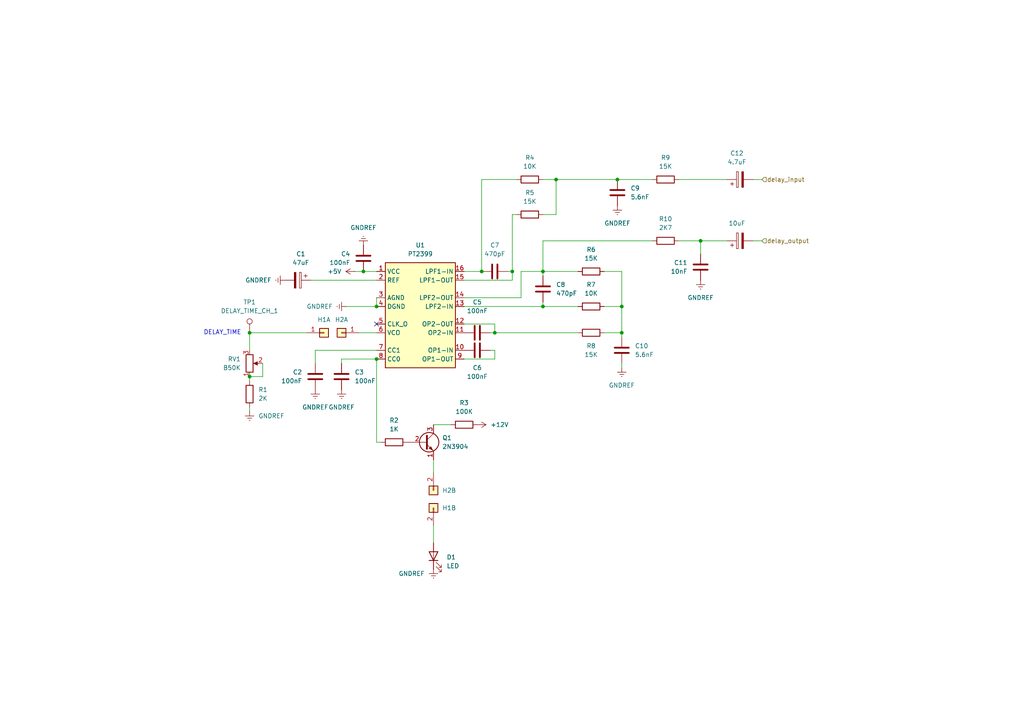
<source format=kicad_sch>
(kicad_sch (version 20231120) (generator "eeschema") (generator_version "8.0")
  (paper "A4")
  (lib_symbols
    (symbol "Audio:PT2399"
      (property "Reference" "U" (at 0 17.78 0))
      (property "Value" "PT2399" (at 0 -17.78 0))
      (symbol "PT2399_0_1"
        (rectangle (start -10.16 15.24) (end 10.16 -15.24) (stroke (width 0.254)) (fill (type background)))
      )
      (symbol "PT2399_1_1"
        (pin power_in line (at -12.7 12.7 0) (length 2.54) (name "VCC") (number "1"))
        (pin input line (at 12.7 -10.16 180) (length 2.54) (name "OP1-IN") (number "10"))
        (pin input line (at 12.7 -5.08 180) (length 2.54) (name "OP2-IN") (number "11"))
        (pin output line (at 12.7 -2.54 180) (length 2.54) (name "OP2-OUT") (number "12"))
        (pin input line (at 12.7 2.54 180) (length 2.54) (name "LPF2-IN") (number "13"))
        (pin output line (at 12.7 5.08 180) (length 2.54) (name "LPF2-OUT") (number "14"))
        (pin output line (at 12.7 10.16 180) (length 2.54) (name "LPF1-OUT") (number "15"))
        (pin input line (at 12.7 12.7 180) (length 2.54) (name "LPF1-IN") (number "16"))
        (pin passive line (at -12.7 10.16 0) (length 2.54) (name "REF") (number "2"))
        (pin power_in line (at -12.7 5.08 0) (length 2.54) (name "AGND") (number "3"))
        (pin power_in line (at -12.7 2.54 0) (length 2.54) (name "DGND") (number "4"))
        (pin passive line (at -12.7 -2.54 0) (length 2.54) (name "CLK_O") (number "5"))
        (pin passive line (at -12.7 -5.08 0) (length 2.54) (name "VCO") (number "6"))
        (pin passive line (at -12.7 -10.16 0) (length 2.54) (name "CC1") (number "7"))
        (pin passive line (at -12.7 -12.7 0) (length 2.54) (name "CC0") (number "8"))
        (pin output line (at 12.7 -12.7 180) (length 2.54) (name "OP1-OUT") (number "9"))
      )
    )
    (symbol "Connector:TestPoint" (pin_numbers hide) (pin_names (offset 0.762) hide)
      (property "Reference" "TP" (at 0 6.858 0))
      (property "Value" "TestPoint" (at 0 5.08 0))
      (symbol "TestPoint_0_1"
        (circle (center 0 3.302) (radius 0.762))
      )
      (symbol "TestPoint_1_1"
        (pin passive line (at 0 0 90) (length 2.54) (name "1") (number "1"))
      )
    )
    (symbol "Device:C" (pin_numbers hide) (pin_names (offset 0.254))
      (property "Reference" "C" (at 0.635 2.54 0))
      (property "Value" "C" (at 0.635 -2.54 0))
      (symbol "C_0_1"
        (polyline (pts (xy -2.032 -0.762) (xy 2.032 -0.762)) (stroke (width 0.508)))
        (polyline (pts (xy -2.032 0.762) (xy 2.032 0.762)) (stroke (width 0.508)))
      )
      (symbol "C_1_1"
        (pin passive line (at 0 3.81 270) (length 2.794) (name "~") (number "1"))
        (pin passive line (at 0 -3.81 90) (length 2.794) (name "~") (number "2"))
      )
    )
    (symbol "Device:C_Polarized" (pin_numbers hide) (pin_names (offset 0.254))
      (property "Reference" "C" (at 0.635 2.54 0))
      (property "Value" "C_Polarized" (at 0.635 -2.54 0))
      (symbol "C_Polarized_0_1"
        (rectangle (start -2.286 0.508) (end 2.286 1.016))
        (polyline (pts (xy -1.778 2.286) (xy -0.762 2.286)))
        (polyline (pts (xy -1.27 2.794) (xy -1.27 1.778)))
        (rectangle (start 2.286 -0.508) (end -2.286 -1.016) (fill (type outline)))
      )
      (symbol "C_Polarized_1_1"
        (pin passive line (at 0 3.81 270) (length 2.794) (name "~") (number "1"))
        (pin passive line (at 0 -3.81 90) (length 2.794) (name "~") (number "2"))
      )
    )
    (symbol "Device:R" (pin_numbers hide) (pin_names (offset 0))
      (property "Reference" "R" (at 2.032 0 90))
      (property "Value" "R" (at 0 0 90))
      (symbol "R_0_1"
        (rectangle (start -1.016 -2.54) (end 1.016 2.54) (stroke (width 0.254)))
      )
      (symbol "R_1_1"
        (pin passive line (at 0 3.81 270) (length 1.27) (name "~") (number "1"))
        (pin passive line (at 0 -3.81 90) (length 1.27) (name "~") (number "2"))
      )
    )
    (symbol "Transistor_BJT:2N3904" (pin_names (offset 0) hide)
      (property "Reference" "Q" (at 5.08 1.905 0))
      (property "Value" "2N3904" (at 5.08 0 0))
      (symbol "2N3904_0_1"
        (polyline (pts (xy 0.635 0.635) (xy 2.54 2.54)))
        (polyline (pts (xy 0.635 -0.635) (xy 2.54 -2.54) (xy 2.54 -2.54)))
        (polyline (pts (xy 0.635 1.905) (xy 0.635 -1.905) (xy 0.635 -1.905)) (stroke (width 0.508)))
        (polyline (pts (xy 1.27 -1.778) (xy 1.778 -1.27) (xy 2.286 -2.286) (xy 1.27 -1.778) (xy 1.27 -1.778)) (fill (type outline)))
        (circle (center 1.27 0) (radius 2.8194) (stroke (width 0.254)))
      )
      (symbol "2N3904_1_1"
        (pin passive line (at 2.54 -5.08 90) (length 2.54) (name "E") (number "1"))
        (pin passive line (at -5.08 0 0) (length 5.715) (name "B") (number "2"))
        (pin passive line (at 2.54 5.08 270) (length 2.54) (name "C") (number "3"))
      )
    )
    (symbol "power:+12V" (power) (pin_numbers hide) (pin_names (offset 0) hide)
      (property "Value" "+12V" (at 0 3.556 0))
      (symbol "+12V_0_1"
        (polyline (pts (xy -0.762 1.27) (xy 0 2.54)))
        (polyline (pts (xy 0 0) (xy 0 2.54)))
        (polyline (pts (xy 0 2.54) (xy 0.762 1.27)))
      )
      (symbol "+12V_1_1"
        (pin power_in line (at 0 0 90) (length 0) (name "~") (number "1"))
      )
    )
    (symbol "power:+5V" (power) (pin_numbers hide) (pin_names (offset 0) hide)
      (property "Value" "+5V" (at 0 3.556 0))
      (symbol "+5V_0_1"
        (polyline (pts (xy -0.762 1.27) (xy 0 2.54)))
        (polyline (pts (xy 0 0) (xy 0 2.54)))
        (polyline (pts (xy 0 2.54) (xy 0.762 1.27)))
      )
      (symbol "+5V_1_1"
        (pin power_in line (at 0 0 90) (length 0) (name "~") (number "1"))
      )
    )
    (symbol "power:GNDREF" (power) (pin_numbers hide) (pin_names (offset 0) hide)
      (property "Value" "GNDREF" (at 0 -3.81 0))
      (symbol "GNDREF_0_1"
        (polyline (pts (xy -0.635 -1.905) (xy 0.635 -1.905)))
        (polyline (pts (xy -0.127 -2.54) (xy 0.127 -2.54)))
        (polyline (pts (xy 0 -1.27) (xy 0 0)))
        (polyline (pts (xy 1.27 -1.27) (xy -1.27 -1.27)))
      )
      (symbol "GNDREF_1_1"
        (pin power_in line (at 0 0 270) (length 0) (name "~") (number "1"))
      )
    )
    (symbol "synth:LED (3mm)" (pin_numbers hide) (pin_names (offset 1.016) hide)
      (property "Reference" "D" (at 0 2.54 0))
      (property "Value" "LED" (at 0 -2.54 0))
      (symbol "LED (3mm)_0_1"
        (polyline (pts (xy -1.27 -1.27) (xy -1.27 1.27)) (stroke (width 0.254)))
        (polyline (pts (xy -1.27 0) (xy 1.27 0)))
        (polyline (pts (xy 1.27 -1.27) (xy 1.27 1.27) (xy -1.27 0) (xy 1.27 -1.27)) (stroke (width 0.254)))
        (polyline (pts (xy -3.048 -0.762) (xy -4.572 -2.286) (xy -3.81 -2.286) (xy -4.572 -2.286) (xy -4.572 -1.524)))
        (polyline (pts (xy -1.778 -0.762) (xy -3.302 -2.286) (xy -2.54 -2.286) (xy -3.302 -2.286) (xy -3.302 -1.524)))
      )
      (symbol "LED (3mm)_1_1"
        (pin passive line (at -3.81 0 0) (length 2.54) (name "K") (number "1"))
        (pin passive line (at 3.81 0 180) (length 2.54) (name "A") (number "2"))
      )
    )
    (symbol "synth:PinHeader_01x04" (pin_names (offset 1.016) hide)
      (property "Reference" "H" (at 0 2.54 0))
      (property "Value" "PinHeader_01x04" (at 0 -2.54 0))
      (symbol "PinHeader_01x04_1_1"
        (rectangle (start -1.27 0.127) (end 0 -0.127) (stroke (width 0.1524)))
        (rectangle (start -1.27 1.27) (end 1.27 -1.27) (stroke (width 0.254)) (fill (type background)))
        (pin passive line (at -5.08 0 0) (length 3.81) (name "Pin_1") (number "1"))
      )
      (symbol "PinHeader_01x04_2_1"
        (rectangle (start -1.27 0.127) (end 0 -0.127) (stroke (width 0.1524)))
        (rectangle (start -1.27 1.27) (end 1.27 -1.27) (stroke (width 0.254)) (fill (type background)))
        (pin passive line (at -5.08 0 0) (length 3.81) (name "Pin_2") (number "2"))
      )
      (symbol "PinHeader_01x04_3_1"
        (rectangle (start -1.27 0.127) (end 0 -0.127) (stroke (width 0.1524)))
        (rectangle (start -1.27 1.27) (end 1.27 -1.27) (stroke (width 0.254)) (fill (type background)))
        (pin passive line (at -5.08 0 0) (length 3.81) (name "Pin_3") (number "3"))
      )
      (symbol "PinHeader_01x04_4_1"
        (rectangle (start -1.27 0.127) (end 0 -0.127) (stroke (width 0.1524)))
        (rectangle (start -1.27 1.27) (end 1.27 -1.27) (stroke (width 0.254)) (fill (type background)))
        (pin passive line (at -5.08 0 0) (length 3.81) (name "Pin_4") (number "4"))
      )
    )
    (symbol "synth:PinSocket_01x04" (pin_names (offset 1.016) hide)
      (property "Reference" "H" (at 0 2.54 0))
      (property "Value" "PinSocket_01x04" (at 0 -2.54 0))
      (symbol "PinSocket_01x04_1_1"
        (rectangle (start -1.27 0.127) (end 0 -0.127) (stroke (width 0.1524)))
        (rectangle (start -1.27 1.27) (end 1.27 -1.27) (stroke (width 0.254)) (fill (type background)))
        (pin passive line (at -5.08 0 0) (length 3.81) (name "Pin_1") (number "1"))
      )
      (symbol "PinSocket_01x04_2_1"
        (rectangle (start -1.27 0.127) (end 0 -0.127) (stroke (width 0.1524)))
        (rectangle (start -1.27 1.27) (end 1.27 -1.27) (stroke (width 0.254)) (fill (type background)))
        (pin passive line (at -5.08 0 0) (length 3.81) (name "Pin_2") (number "2"))
      )
      (symbol "PinSocket_01x04_3_1"
        (rectangle (start -1.27 0.127) (end 0 -0.127) (stroke (width 0.1524)))
        (rectangle (start -1.27 1.27) (end 1.27 -1.27) (stroke (width 0.254)) (fill (type background)))
        (pin passive line (at -5.08 0 0) (length 3.81) (name "Pin_3") (number "3"))
      )
      (symbol "PinSocket_01x04_4_1"
        (rectangle (start -1.27 0.127) (end 0 -0.127) (stroke (width 0.1524)))
        (rectangle (start -1.27 1.27) (end 1.27 -1.27) (stroke (width 0.254)) (fill (type background)))
        (pin passive line (at -5.08 0 0) (length 3.81) (name "Pin_4") (number "4"))
      )
    )
    (symbol "synth:R_Potentiometer (P0915N)" (pin_names (offset 1.016) hide)
      (property "Reference" "RV" (at -4.445 0 90))
      (property "Value" "R_Potentiometer" (at -2.54 0 90))
      (symbol "R_Potentiometer (P0915N)_0_1"
        (rectangle (start -1.016 2.54) (end 1.016 -2.54) (stroke (width 0.254)))
        (polyline (pts (xy 2.54 0) (xy 1.524 0)))
        (polyline (pts (xy 1.143 0) (xy 2.286 0.508) (xy 2.286 -0.508) (xy 1.143 0)) (fill (type outline)))
      )
      (symbol "R_Potentiometer (P0915N)_1_1"
        (pin passive line (at 0 3.81 270) (length 1.27) (name "1") (number "1"))
        (pin passive line (at 3.81 0 180) (length 1.27) (name "2") (number "2"))
        (pin passive line (at 0 -3.81 90) (length 1.27) (name "3") (number "3"))
      )
    )
  )
  (junction (at 161.29 52.07))
  (junction (at 148.59 78.74))
  (junction (at 72.39 96.52))
  (junction (at 72.39 109.22))
  (junction (at 157.48 78.74))
  (junction (at 143.51 96.52))
  (junction (at 105.41 78.74))
  (junction (at 109.22 88.9))
  (junction (at 180.34 96.52))
  (junction (at 203.2 69.85))
  (junction (at 179.07 52.07))
  (junction (at 109.22 104.14))
  (junction (at 157.48 88.9))
  (junction (at 139.7 78.74))
  (junction (at 180.34 88.9))
  (no_connect (at 109.22 93.98))
  (wire (pts (xy 142.24 101.6) (xy 143.51 101.6)))
  (wire (pts (xy 72.39 101.6) (xy 72.39 96.52)))
  (wire (pts (xy 91.44 101.6) (xy 109.22 101.6)))
  (wire (pts (xy 196.85 69.85) (xy 203.2 69.85)))
  (wire (pts (xy 99.06 104.14) (xy 109.22 104.14)))
  (wire (pts (xy 148.59 62.23) (xy 149.86 62.23)))
  (wire (pts (xy 139.7 52.07) (xy 149.86 52.07)))
  (wire (pts (xy 180.34 96.52) (xy 180.34 97.79)))
  (wire (pts (xy 203.2 73.66) (xy 203.2 69.85)))
  (wire (pts (xy 142.24 96.52) (xy 143.51 96.52)))
  (wire (pts (xy 100.33 88.9) (xy 109.22 88.9)))
  (wire (pts (xy 139.7 78.74) (xy 139.7 52.07)))
  (wire (pts (xy 148.59 78.74) (xy 148.59 81.28)))
  (wire (pts (xy 180.34 96.52) (xy 175.26 96.52)))
  (wire (pts (xy 72.39 110.49) (xy 72.39 109.22)))
  (wire (pts (xy 167.64 78.74) (xy 157.48 78.74)))
  (wire (pts (xy 72.39 119.38) (xy 72.39 118.11)))
  (wire (pts (xy 218.44 52.07) (xy 220.98 52.07)))
  (wire (pts (xy 148.59 78.74) (xy 147.32 78.74)))
  (wire (pts (xy 104.14 96.52) (xy 109.22 96.52)))
  (wire (pts (xy 134.62 88.9) (xy 157.48 88.9)))
  (wire (pts (xy 157.48 69.85) (xy 189.23 69.85)))
  (wire (pts (xy 125.73 157.48) (xy 125.73 152.4)))
  (wire (pts (xy 157.48 52.07) (xy 161.29 52.07)))
  (wire (pts (xy 125.73 137.16) (xy 125.73 133.35)))
  (wire (pts (xy 109.22 104.14) (xy 109.22 128.27)))
  (wire (pts (xy 218.44 69.85) (xy 220.98 69.85)))
  (wire (pts (xy 143.51 101.6) (xy 143.51 104.14)))
  (wire (pts (xy 157.48 69.85) (xy 157.48 78.74)))
  (wire (pts (xy 105.41 78.74) (xy 109.22 78.74)))
  (wire (pts (xy 151.13 78.74) (xy 157.48 78.74)))
  (wire (pts (xy 148.59 62.23) (xy 148.59 78.74)))
  (wire (pts (xy 143.51 96.52) (xy 143.51 93.98)))
  (wire (pts (xy 161.29 52.07) (xy 161.29 62.23)))
  (wire (pts (xy 157.48 78.74) (xy 157.48 80.01)))
  (wire (pts (xy 130.81 123.19) (xy 125.73 123.19)))
  (wire (pts (xy 143.51 93.98) (xy 134.62 93.98)))
  (wire (pts (xy 76.2 109.22) (xy 72.39 109.22)))
  (wire (pts (xy 175.26 88.9) (xy 180.34 88.9)))
  (wire (pts (xy 157.48 87.63) (xy 157.48 88.9)))
  (wire (pts (xy 161.29 52.07) (xy 179.07 52.07)))
  (wire (pts (xy 179.07 52.07) (xy 189.23 52.07)))
  (wire (pts (xy 151.13 86.36) (xy 151.13 78.74)))
  (wire (pts (xy 157.48 62.23) (xy 161.29 62.23)))
  (wire (pts (xy 109.22 86.36) (xy 109.22 88.9)))
  (wire (pts (xy 175.26 78.74) (xy 180.34 78.74)))
  (wire (pts (xy 203.2 69.85) (xy 210.82 69.85)))
  (wire (pts (xy 180.34 105.41) (xy 180.34 106.68)))
  (wire (pts (xy 110.49 128.27) (xy 109.22 128.27)))
  (wire (pts (xy 148.59 81.28) (xy 134.62 81.28)))
  (wire (pts (xy 72.39 96.52) (xy 88.9 96.52)))
  (wire (pts (xy 180.34 88.9) (xy 180.34 96.52)))
  (wire (pts (xy 180.34 78.74) (xy 180.34 88.9)))
  (wire (pts (xy 143.51 96.52) (xy 167.64 96.52)))
  (wire (pts (xy 210.82 52.07) (xy 196.85 52.07)))
  (wire (pts (xy 134.62 86.36) (xy 151.13 86.36)))
  (wire (pts (xy 157.48 88.9) (xy 167.64 88.9)))
  (wire (pts (xy 90.17 81.28) (xy 109.22 81.28)))
  (wire (pts (xy 102.87 78.74) (xy 105.41 78.74)))
  (wire (pts (xy 99.06 105.41) (xy 99.06 104.14)))
  (wire (pts (xy 76.2 105.41) (xy 76.2 109.22)))
  (wire (pts (xy 91.44 105.41) (xy 91.44 101.6)))
  (wire (pts (xy 143.51 104.14) (xy 134.62 104.14)))
  (wire (pts (xy 139.7 78.74) (xy 134.62 78.74)))
  (text "DELAY_TIME" (at 64.516 96.52 0) (effects (font (size 1.27 1.27))))
  (hierarchical_label "delay_input" (shape input) (at 220.98 52.07 0))
  (hierarchical_label "delay_output" (shape input) (at 220.98 69.85 0))
  (symbol (lib_id "Device:C_Polarized") (at 214.63 69.85 90) (unit 1)
    (property "Reference" "C13" (effects (hide yes)))
    (property "Value" "10uF" (at 213.741 64.77 90))
    (property "Footprint" "Capacitor_THT:CP_Radial_D4.0mm_P2.00mm" (effects (hide yes)))
    (property "Description" "Polarized capacitor" (effects (hide yes)))
  )
  (symbol (lib_id "Device:C") (at 105.41 74.93 0) (unit 1)
    (property "Reference" "C4" (at 101.6 73.6599 0) (effects (justify right)))
    (property "Value" "100nF" (at 101.6 76.1999 0) (effects (justify right)))
    (property "Footprint" "Capacitor_THT:C_Disc_D5.0mm_W2.5mm_P5.00mm" (effects (hide yes)))
    (property "Description" "Unpolarized capacitor" (effects (hide yes)))
  )
  (symbol (lib_id "Device:R") (at 193.04 52.07 90) (unit 1)
    (property "Reference" "R9" (at 193.04 45.72 90))
    (property "Value" "15K" (at 193.04 48.26 90))
    (property "Footprint" "Synth:R_Default (DIN0207)" (effects (hide yes)))
    (property "Description" "Resistor" (effects (hide yes)))
  )
  (symbol (lib_id "synth:PinHeader_01x04") (at 93.98 96.52 0) (unit 1)
    (property "Reference" "H1" (at 93.98 92.71 0))
    (property "Value" "PinHeader_01x04" (effects (hide yes)))
    (property "Footprint" "Synth:PinHeader_1x04_P2.54mm_Vertical" (effects (hide yes)))
    (property "Description" "Generic connector, single row, 01x01, script generated (kicad-library-utils/schlib/autogen/connector/)" (effects (hide yes)))
  )
  (symbol (lib_id "power:GNDREF") (at 179.07 59.69 0) (unit 1)
    (property "Reference" "#PWR010" (effects (hide yes)))
    (property "Value" "GNDREF" (at 179.07 64.77 0))
    (property "Description" "Power symbol creates a global label with name \"GNDREF\" , reference supply ground" (effects (hide yes)))
  )
  (symbol (lib_id "Device:R") (at 114.3 128.27 90) (unit 1)
    (property "Reference" "R2" (at 114.3 121.92 90))
    (property "Value" "1K" (at 114.3 124.46 90))
    (property "Footprint" "Synth:R_Default (DIN0207)" (effects (hide yes)))
    (property "Description" "Resistor" (effects (hide yes)))
  )
  (symbol (lib_id "power:GNDREF") (at 91.44 113.03 0) (unit 1)
    (property "Reference" "#PWR03" (effects (hide yes)))
    (property "Value" "GNDREF" (at 91.44 118.11 0))
    (property "Description" "Power symbol creates a global label with name \"GNDREF\" , reference supply ground" (effects (hide yes)))
  )
  (symbol (lib_id "Device:R") (at 134.62 123.19 90) (unit 1)
    (property "Reference" "R3" (at 134.62 116.84 90))
    (property "Value" "100K" (at 134.62 119.38 90))
    (property "Footprint" "Synth:R_Default (DIN0207)" (effects (hide yes)))
    (property "Description" "Resistor" (effects (hide yes)))
  )
  (symbol (lib_id "synth:PinSocket_01x04") (at 125.73 142.24 270) (unit 2)
    (property "Reference" "H2" (at 128.27 142.2399 90) (effects (justify left)))
    (property "Value" "PinSocket_01x04" (effects (hide yes)))
    (property "Footprint" "Synth:PinSocket_1x04_P2.54mm_Vertical" (effects (hide yes)))
    (property "Description" "Generic connector, single row, 01x01, script generated (kicad-library-utils/schlib/autogen/connector/)" (effects (hide yes)))
  )
  (symbol (lib_id "Connector:TestPoint") (at 72.39 96.52 0) (unit 1) (in_bom no)
    (property "Reference" "TP1" (at 72.39 87.63 0))
    (property "Value" "DELAY_TIME_CH_1" (at 72.39 90.17 0))
    (property "Footprint" "Connector_Pin:Pin_D1.0mm_L10.0mm" (effects (hide yes)))
    (property "Description" "test point" (effects (hide yes)))
  )
  (symbol (lib_id "Audio:PT2399") (at 121.92 91.44 0) (unit 1)
    (property "Reference" "U1" (at 121.92 71.12 0))
    (property "Value" "PT2399" (at 121.92 73.66 0))
    (property "Footprint" "Package_DIP:DIP-16_W7.62mm_Socket_LongPads" (effects (hide yes)))
    (property "Datasheet" "http://www.princeton.com.tw/Portals/0/Product/PT2399_1.pdf" (effects (hide yes)))
    (property "Description" "Echo Processor IC, DIP-16" (effects (hide yes)))
  )
  (symbol (lib_id "power:+12V") (at 138.43 123.19 270) (unit 1)
    (property "Reference" "#PWR09" (effects (hide yes)))
    (property "Value" "+12V" (at 142.24 123.1899 90) (effects (justify left)))
    (property "Description" "Power symbol creates a global label with name \"+12V\"" (effects (hide yes)))
  )
  (symbol (lib_id "power:GNDREF") (at 105.41 71.12 180) (unit 1)
    (property "Reference" "#PWR07" (effects (hide yes)))
    (property "Value" "GNDREF" (at 105.41 66.04 0))
    (property "Description" "Power symbol creates a global label with name \"GNDREF\" , reference supply ground" (effects (hide yes)))
  )
  (symbol (lib_id "synth:PinHeader_01x04") (at 125.73 147.32 90) (unit 2)
    (property "Reference" "H1" (at 128.27 147.3199 90) (effects (justify right)))
    (property "Value" "PinHeader_01x04" (effects (hide yes)))
    (property "Footprint" "Synth:PinHeader_1x04_P2.54mm_Vertical" (effects (hide yes)))
    (property "Description" "Generic connector, single row, 01x01, script generated (kicad-library-utils/schlib/autogen/connector/)" (effects (hide yes)))
  )
  (symbol (lib_id "Device:C") (at 99.06 109.22 0) (unit 1)
    (property "Reference" "C3" (at 102.87 107.9499 0) (effects (justify left)))
    (property "Value" "100nF" (at 102.87 110.4899 0) (effects (justify left)))
    (property "Footprint" "Capacitor_THT:C_Disc_D5.0mm_W2.5mm_P5.00mm" (effects (hide yes)))
    (property "Description" "Unpolarized capacitor" (effects (hide yes)))
  )
  (symbol (lib_id "Device:R") (at 193.04 69.85 90) (unit 1)
    (property "Reference" "R10" (at 193.04 63.5 90))
    (property "Value" "2K7" (at 193.04 66.04 90))
    (property "Footprint" "Synth:R_Default (DIN0207)" (effects (hide yes)))
    (property "Description" "Resistor" (effects (hide yes)))
  )
  (symbol (lib_id "power:GNDREF") (at 100.33 88.9 270) (unit 1)
    (property "Reference" "#PWR05" (effects (hide yes)))
    (property "Value" "GNDREF" (at 96.52 88.8999 90) (effects (justify right)))
    (property "Description" "Power symbol creates a global label with name \"GNDREF\" , reference supply ground" (effects (hide yes)))
  )
  (symbol (lib_id "power:GNDREF") (at 72.39 119.38 0) (unit 1)
    (property "Reference" "#PWR01" (effects (hide yes)))
    (property "Value" "GNDREF" (at 74.93 120.6499 0) (effects (justify left)))
    (property "Description" "Power symbol creates a global label with name \"GNDREF\" , reference supply ground" (effects (hide yes)))
  )
  (symbol (lib_id "synth:R_Potentiometer (P0915N)") (at 72.39 105.41 0) (mirror x) (unit 1)
    (property "Reference" "RV1" (at 69.85 104.1399 0) (effects (justify right)))
    (property "Value" "B50K" (at 69.85 106.6799 0) (effects (justify right)))
    (property "Footprint" "Synth:Potentiometer_TT_P0915N" (effects (hide yes)))
    (property "Description" "Potentiometer" (effects (hide yes)))
  )
  (symbol (lib_id "Device:C") (at 179.07 55.88 180) (unit 1)
    (property "Reference" "C9" (at 182.88 54.6099 0) (effects (justify right)))
    (property "Value" "5.6nF" (at 182.88 57.1499 0) (effects (justify right)))
    (property "Footprint" "Capacitor_THT:C_Disc_D5.0mm_W2.5mm_P5.00mm" (effects (hide yes)))
    (property "Description" "Unpolarized capacitor" (effects (hide yes)))
  )
  (symbol (lib_id "Device:C") (at 203.2 77.47 0) (unit 1)
    (property "Reference" "C11" (at 199.39 76.1999 0) (effects (justify right)))
    (property "Value" "10nF" (at 199.39 78.7399 0) (effects (justify right)))
    (property "Footprint" "Capacitor_THT:C_Disc_D5.0mm_W2.5mm_P5.00mm" (effects (hide yes)))
    (property "Description" "Unpolarized capacitor" (effects (hide yes)))
  )
  (symbol (lib_id "Device:R") (at 171.45 78.74 90) (unit 1)
    (property "Reference" "R6" (at 171.45 72.39 90))
    (property "Value" "15K" (at 171.45 74.93 90))
    (property "Footprint" "Synth:R_Default (DIN0207)" (effects (hide yes)))
    (property "Description" "Resistor" (effects (hide yes)))
  )
  (symbol (lib_id "Device:R") (at 171.45 88.9 90) (unit 1)
    (property "Reference" "R7" (at 171.45 82.55 90))
    (property "Value" "10K" (at 171.45 85.09 90))
    (property "Footprint" "Synth:R_Default (DIN0207)" (effects (hide yes)))
    (property "Description" "Resistor" (effects (hide yes)))
  )
  (symbol (lib_id "Device:R") (at 153.67 62.23 90) (unit 1)
    (property "Reference" "R5" (at 153.67 55.88 90))
    (property "Value" "15K" (at 153.67 58.42 90))
    (property "Footprint" "Synth:R_Default (DIN0207)" (effects (hide yes)))
    (property "Description" "Resistor" (effects (hide yes)))
  )
  (symbol (lib_id "power:GNDREF") (at 203.2 81.28 0) (unit 1)
    (property "Reference" "#PWR012" (effects (hide yes)))
    (property "Value" "GNDREF" (at 203.2 86.36 0))
    (property "Description" "Power symbol creates a global label with name \"GNDREF\" , reference supply ground" (effects (hide yes)))
  )
  (symbol (lib_id "Device:C") (at 138.43 96.52 90) (unit 1)
    (property "Reference" "C5" (at 138.43 87.63 90))
    (property "Value" "100nF" (at 138.43 90.17 90))
    (property "Footprint" "Capacitor_THT:C_Disc_D5.0mm_W2.5mm_P5.00mm" (effects (hide yes)))
    (property "Description" "Unpolarized capacitor" (effects (hide yes)))
  )
  (symbol (lib_id "power:+5V") (at 102.87 78.74 90) (unit 1)
    (property "Reference" "#PWR06" (effects (hide yes)))
    (property "Value" "+5V" (at 99.06 78.7399 90) (effects (justify left)))
    (property "Description" "Power symbol creates a global label with name \"+5V\"" (effects (hide yes)))
  )
  (symbol (lib_id "Transistor_BJT:2N3904") (at 123.19 128.27 0) (unit 1)
    (property "Reference" "Q1" (at 128.27 126.9999 0) (effects (justify left)))
    (property "Value" "2N3904" (at 128.27 129.5399 0) (effects (justify left)))
    (property "Footprint" "Package_TO_SOT_THT:TO-92_Inline" (effects (hide yes)))
    (property "Datasheet" "https://www.onsemi.com/pub/Collateral/2N3903-D.PDF" (effects (hide yes)))
    (property "Description" "0.2A Ic, 40V Vce, Small Signal NPN Transistor, TO-92" (effects (hide yes)))
  )
  (symbol (lib_id "Device:C_Polarized") (at 214.63 52.07 90) (unit 1)
    (property "Reference" "C12" (at 213.741 44.45 90))
    (property "Value" "4.7uF" (at 213.741 46.99 90))
    (property "Footprint" "Capacitor_THT:CP_Radial_D4.0mm_P2.00mm" (effects (hide yes)))
    (property "Description" "Polarized capacitor" (effects (hide yes)))
  )
  (symbol (lib_id "Device:C_Polarized") (at 86.36 81.28 270) (unit 1)
    (property "Reference" "C1" (at 87.249 73.66 90))
    (property "Value" "47uF" (at 87.249 76.2 90))
    (property "Footprint" "Capacitor_THT:CP_Radial_D4.0mm_P2.00mm" (effects (hide yes)))
    (property "Description" "Polarized capacitor" (effects (hide yes)))
  )
  (symbol (lib_id "Device:C") (at 143.51 78.74 90) (unit 1)
    (property "Reference" "C7" (at 143.51 71.12 90))
    (property "Value" "470pF" (at 143.51 73.66 90))
    (property "Footprint" "Capacitor_THT:C_Disc_D5.0mm_W2.5mm_P5.00mm" (effects (hide yes)))
    (property "Description" "Unpolarized capacitor" (effects (hide yes)))
  )
  (symbol (lib_id "power:GNDREF") (at 180.34 106.68 0) (unit 1)
    (property "Reference" "#PWR011" (effects (hide yes)))
    (property "Value" "GNDREF" (at 180.34 111.76 0))
    (property "Description" "Power symbol creates a global label with name \"GNDREF\" , reference supply ground" (effects (hide yes)))
  )
  (symbol (lib_id "power:GNDREF") (at 99.06 113.03 0) (unit 1)
    (property "Reference" "#PWR04" (effects (hide yes)))
    (property "Value" "GNDREF" (at 99.06 118.11 0))
    (property "Description" "Power symbol creates a global label with name \"GNDREF\" , reference supply ground" (effects (hide yes)))
  )
  (symbol (lib_id "synth:LED (3mm)") (at 125.73 161.29 90) (unit 1)
    (property "Reference" "D1" (at 129.54 161.6074 90) (effects (justify right)))
    (property "Value" "LED" (at 129.54 164.1474 90) (effects (justify right)))
    (property "Footprint" "Synth:LED_D3.0mm" (effects (hide yes)))
    (property "Description" "Light emitting diode" (effects (hide yes)))
  )
  (symbol (lib_id "Device:C") (at 91.44 109.22 0) (unit 1)
    (property "Reference" "C2" (at 87.63 107.9499 0) (effects (justify right)))
    (property "Value" "100nF" (at 87.63 110.4899 0) (effects (justify right)))
    (property "Footprint" "Capacitor_THT:C_Disc_D5.0mm_W2.5mm_P5.00mm" (effects (hide yes)))
    (property "Description" "Unpolarized capacitor" (effects (hide yes)))
  )
  (symbol (lib_id "power:GNDREF") (at 125.73 165.1 0) (unit 1)
    (property "Reference" "#PWR08" (effects (hide yes)))
    (property "Value" "GNDREF" (at 123.19 166.3699 0) (effects (justify right)))
    (property "Description" "Power symbol creates a global label with name \"GNDREF\" , reference supply ground" (effects (hide yes)))
  )
  (symbol (lib_id "Device:R") (at 171.45 96.52 90) (unit 1)
    (property "Reference" "R8" (at 171.45 100.33 90))
    (property "Value" "15K" (at 171.45 102.87 90))
    (property "Footprint" "Synth:R_Default (DIN0207)" (effects (hide yes)))
    (property "Description" "Resistor" (effects (hide yes)))
  )
  (symbol (lib_id "Device:C") (at 138.43 101.6 90) (unit 1)
    (property "Reference" "C6" (at 138.43 106.68 90))
    (property "Value" "100nF" (at 138.43 109.22 90))
    (property "Footprint" "Capacitor_THT:C_Disc_D5.0mm_W2.5mm_P5.00mm" (effects (hide yes)))
    (property "Description" "Unpolarized capacitor" (effects (hide yes)))
  )
  (symbol (lib_id "Device:R") (at 72.39 114.3 180) (unit 1)
    (property "Reference" "R1" (at 74.93 113.0299 0) (effects (justify right)))
    (property "Value" "2K" (at 74.93 115.5699 0) (effects (justify right)))
    (property "Footprint" "Synth:R_Default (DIN0207)" (effects (hide yes)))
    (property "Description" "Resistor" (effects (hide yes)))
  )
  (symbol (lib_id "power:GNDREF") (at 82.55 81.28 270) (unit 1)
    (property "Reference" "#PWR02" (effects (hide yes)))
    (property "Value" "GNDREF" (at 78.74 81.2799 90) (effects (justify right)))
    (property "Description" "Power symbol creates a global label with name \"GNDREF\" , reference supply ground" (effects (hide yes)))
  )
  (symbol (lib_id "Device:C") (at 157.48 83.82 0) (unit 1)
    (property "Reference" "C8" (at 161.29 82.5499 0) (effects (justify left)))
    (property "Value" "470pF" (at 161.29 85.0899 0) (effects (justify left)))
    (property "Footprint" "Capacitor_THT:C_Disc_D5.0mm_W2.5mm_P5.00mm" (effects (hide yes)))
    (property "Description" "Unpolarized capacitor" (effects (hide yes)))
  )
  (symbol (lib_id "Device:C") (at 180.34 101.6 0) (unit 1)
    (property "Reference" "C10" (at 184.15 100.3299 0) (effects (justify left)))
    (property "Value" "5.6nF" (at 184.15 102.8699 0) (effects (justify left)))
    (property "Footprint" "Capacitor_THT:C_Disc_D5.0mm_W2.5mm_P5.00mm" (effects (hide yes)))
    (property "Description" "Unpolarized capacitor" (effects (hide yes)))
  )
  (symbol (lib_id "synth:PinSocket_01x04") (at 99.06 96.52 180) (unit 1)
    (property "Reference" "H2" (at 99.06 92.71 0))
    (property "Value" "PinSocket_01x04" (effects (hide yes)))
    (property "Footprint" "Synth:PinSocket_1x04_P2.54mm_Vertical" (effects (hide yes)))
    (property "Description" "Generic connector, single row, 01x01, script generated (kicad-library-utils/schlib/autogen/connector/)" (effects (hide yes)))
  )
  (symbol (lib_id "Device:R") (at 153.67 52.07 90) (unit 1)
    (property "Reference" "R4" (at 153.67 45.72 90))
    (property "Value" "10K" (at 153.67 48.26 90))
    (property "Footprint" "Synth:R_Default (DIN0207)" (effects (hide yes)))
    (property "Description" "Resistor" (effects (hide yes)))
  )
)
</source>
